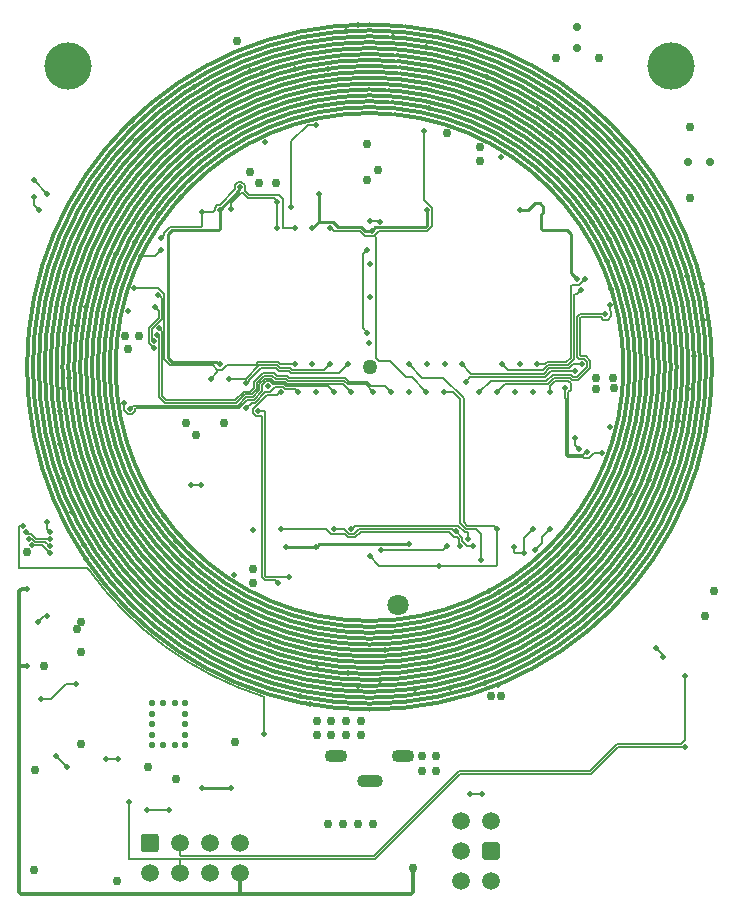
<source format=gbr>
%TF.GenerationSoftware,Altium Limited,Altium Designer,20.1.8 (145)*%
G04 Layer_Physical_Order=3*
G04 Layer_Color=16440176*
%FSLAX44Y44*%
%MOMM*%
%TF.SameCoordinates,3BEBD2D3-E5B3-4009-AA71-14EFD01F195C*%
%TF.FilePolarity,Positive*%
%TF.FileFunction,Copper,L3,Inr,Signal*%
%TF.Part,Single*%
G01*
G75*
%TA.AperFunction,Conductor*%
%ADD10C,0.1270*%
%ADD45C,0.3048*%
%ADD46C,0.2540*%
%TA.AperFunction,ComponentPad*%
%ADD47C,0.5600*%
G04:AMPARAMS|DCode=48|XSize=1.5mm|YSize=1.5mm|CornerRadius=0.1875mm|HoleSize=0mm|Usage=FLASHONLY|Rotation=0.000|XOffset=0mm|YOffset=0mm|HoleType=Round|Shape=RoundedRectangle|*
%AMROUNDEDRECTD48*
21,1,1.5000,1.1250,0,0,0.0*
21,1,1.1250,1.5000,0,0,0.0*
1,1,0.3750,0.5625,-0.5625*
1,1,0.3750,-0.5625,-0.5625*
1,1,0.3750,-0.5625,0.5625*
1,1,0.3750,0.5625,0.5625*
%
%ADD48ROUNDEDRECTD48*%
%ADD49C,1.5000*%
%ADD50O,1.9000X1.1000*%
%ADD51O,2.2000X1.1000*%
%ADD52C,0.7000*%
G04:AMPARAMS|DCode=53|XSize=1.5mm|YSize=1.5mm|CornerRadius=0.15mm|HoleSize=0mm|Usage=FLASHONLY|Rotation=180.000|XOffset=0mm|YOffset=0mm|HoleType=Round|Shape=RoundedRectangle|*
%AMROUNDEDRECTD53*
21,1,1.5000,1.2000,0,0,180.0*
21,1,1.2000,1.5000,0,0,180.0*
1,1,0.3000,-0.6000,0.6000*
1,1,0.3000,0.6000,0.6000*
1,1,0.3000,0.6000,-0.6000*
1,1,0.3000,-0.6000,-0.6000*
%
%ADD53ROUNDEDRECTD53*%
%TA.AperFunction,ViaPad*%
%ADD54C,0.4600*%
%ADD55C,0.7600*%
%ADD56C,1.8000*%
%ADD57C,4.0000*%
%ADD58C,1.2600*%
%TA.AperFunction,Conductor*%
%ADD59C,0.1524*%
%ADD60C,0.2032*%
%ADD61C,0.3000*%
D10*
X-238701Y-170178D02*
G03*
X-89407Y-279186I238701J170178D01*
G01*
X35586Y-8516D02*
X48250Y-21180D01*
X-89407Y-310641D02*
Y-279186D01*
X-89408Y-310642D02*
X-89407Y-310641D01*
X84774Y-361730D02*
X95584D01*
X242984Y-237961D02*
X247862Y-242838D01*
Y-245007D02*
Y-242838D01*
Y-245007D02*
X248499Y-245644D01*
X267462Y-315462D02*
Y-261620D01*
X263646Y-319278D02*
X267462Y-315462D01*
X209804Y-319278D02*
X263646D01*
X-203962Y-415592D02*
Y-368231D01*
X-203218Y-416336D02*
X-160560D01*
X-203962Y-415592D02*
X-203218Y-416336D01*
X-160560Y-428150D02*
Y-416336D01*
X4981D01*
X186690Y-342392D02*
X209804Y-319278D01*
X75692Y-342392D02*
X186690D01*
X4981Y-416336D02*
X76639Y-344678D01*
X4034Y-414050D02*
X75692Y-342392D01*
X-160560Y-413306D02*
Y-402750D01*
Y-413306D02*
X-159817Y-414050D01*
X4034D01*
X76639Y-344678D02*
X187637D01*
X210751Y-321564D02*
X267208D01*
X187637Y-344678D02*
X210751Y-321564D01*
X-188105Y-374731D02*
X-188104Y-374730D01*
X-169428D02*
X-169427Y-374731D01*
X-188104Y-374730D02*
X-169428D01*
X-223219Y-331750D02*
X-212663D01*
X-265544Y-329734D02*
X-265212D01*
X-256464Y-338483D01*
X-256131D01*
X-151294Y-99893D02*
X-143025D01*
X-178928Y66894D02*
X-173691Y61658D01*
X-199061Y66894D02*
X-178928D01*
X-173691Y6400D02*
Y61658D01*
X-178517Y41373D02*
Y47286D01*
X-181636Y50405D02*
X-178517Y47286D01*
X-177826Y32171D02*
Y32624D01*
X-175977Y-24182D02*
Y30322D01*
X-186787Y33103D02*
X-178517Y41373D01*
X-186787Y20162D02*
Y33103D01*
X-52249Y205091D02*
X-45139D01*
X-186787Y20162D02*
X-182446Y15820D01*
X-180112Y26841D02*
Y27293D01*
X-177826Y32171D02*
X-175977Y30322D01*
X-180112Y26841D02*
X-178263Y24992D01*
Y-25129D02*
Y24992D01*
X-182446Y15820D02*
X-182398D01*
X-104490Y-9745D02*
X-93144Y1601D01*
X-119284Y-9745D02*
X-104490D01*
X-134388Y-10101D02*
X-128920Y-4633D01*
Y-2455D01*
X8217Y123368D02*
X8505Y123080D01*
X523Y123368D02*
X8217D01*
X235Y123656D02*
X523Y123368D01*
X-273168Y-137456D02*
Y-131512D01*
X-288550Y-145407D02*
X-285563D01*
X-290836Y-140076D02*
X-289935D01*
X-296344Y-134746D02*
X-293122D01*
X-273168Y-137456D02*
X-270882Y-139742D01*
X-297180Y-135582D02*
X-296344Y-134746D01*
X-297180Y-169436D02*
Y-135582D01*
Y-169436D02*
X-296436Y-170180D01*
X-238704D01*
X-286137Y-150681D02*
X-277363D01*
X-270882Y-157162D01*
X-285563Y-145407D02*
X-283142Y-147828D01*
X-274443D02*
X-270909Y-151362D01*
X-283142Y-147828D02*
X-274443D01*
X-270909Y-151362D02*
X-270834D01*
X-289935Y-140076D02*
X-288739Y-141272D01*
X-282195Y-145542D02*
X-270882D01*
X-286465Y-141272D02*
X-282195Y-145542D01*
X-288739Y-141272D02*
X-286465D01*
X-278092Y-281303D02*
X-269261D01*
X-256749Y-268791D01*
X-207719Y-36717D02*
X-204623Y-39813D01*
X-207719Y-36717D02*
Y-30870D01*
X-204623Y-39813D02*
X-201198D01*
X-198275Y-36891D01*
Y-35724D01*
X-35029Y-16401D02*
X-30250Y-21180D01*
X-84037Y-12115D02*
X-81393Y-14759D01*
X-72590D01*
X-70948Y-16401D01*
X-35029D01*
X-65267Y-2685D02*
X-38365D01*
X-75711Y-1043D02*
X-66909D01*
X-65267Y-2685D01*
X-66214Y-4971D02*
X-25651D01*
X-67856Y-3329D02*
X-66214Y-4971D01*
X-76658Y-3329D02*
X-67856D01*
X-68108Y-9543D02*
X-20421D01*
X-69750Y-7901D02*
X-68108Y-9543D01*
X-78552Y-7901D02*
X-69750D01*
X-69054Y-11829D02*
X-21368D01*
X-70697Y-10187D02*
X-69054Y-11829D01*
X-79499Y-10187D02*
X-70697D01*
X-88409Y-9829D02*
X-83090D01*
X-80446Y-12473D01*
X-71644D01*
X-70001Y-14115D02*
X-22315D01*
X-71644Y-12473D02*
X-70001Y-14115D01*
X-22315D02*
X-15250Y-21180D01*
X-82143Y-7543D02*
X-79499Y-10187D01*
X-21368Y-11829D02*
X-18438Y-14759D01*
X-77409Y3887D02*
X-75701Y2180D01*
X-63500D01*
X-78356Y1601D02*
X-75711Y-1043D01*
X-93144Y1601D02*
X-78356D01*
X-92197Y-685D02*
X-79303D01*
X-76658Y-3329D01*
X-20421Y-9543D02*
X-17491Y-12473D01*
X-2224D01*
X1521Y-16218D01*
X-81196Y-5257D02*
X-78552Y-7901D01*
X-90303Y-5257D02*
X-81196D01*
X-18438Y-14759D02*
X-3171D01*
X3250Y-21180D01*
Y-21180D02*
Y-21180D01*
X-89356Y-7543D02*
X-82143D01*
X-93171Y-14590D02*
X-88409Y-9829D01*
X-84188Y-21579D02*
X-79654Y-17045D01*
X-73537D01*
X-71895Y-18687D01*
X-62743D01*
X-94091Y3887D02*
X-77409D01*
X-87462Y-12115D02*
X-84037D01*
X-120882Y1743D02*
X-96235D01*
X-94091Y3887D01*
X-102315Y-10803D02*
X-92197Y-685D01*
X-97743Y-12696D02*
X-90303Y-5257D01*
X-95457Y-13643D02*
X-89356Y-7543D01*
X-90885Y-15537D02*
X-87462Y-12115D01*
X-125080Y-2455D02*
X-120882Y1743D01*
X-102315Y-11653D02*
Y-10803D01*
X-104164Y-13955D02*
Y-13502D01*
X-102315Y-11653D01*
X13288Y-16218D02*
X18250Y-21180D01*
X1521Y-16218D02*
X13288D01*
X-97743Y-17846D02*
Y-12696D01*
X-95457Y-18793D02*
Y-13643D01*
X-93171Y-19740D02*
Y-14590D01*
X-90885Y-20687D02*
Y-15537D01*
X-97991Y-27793D02*
X-90885Y-20687D01*
X-104205Y-34980D02*
X-99304Y-30079D01*
X-97044D01*
X-88544Y-21579D02*
X-84188D01*
X-97044Y-30079D02*
X-88544Y-21579D01*
X-197532Y-34980D02*
X-110760D01*
X-103573Y-27793D01*
X-97991D01*
X-104520Y-25507D02*
X-98938D01*
X-93171Y-19740D01*
X-99826Y-23162D02*
X-95457Y-18793D01*
X-105407Y-23162D02*
X-99826D01*
X-100773Y-20876D02*
X-97743Y-17846D01*
X-106354Y-20876D02*
X-100773D01*
X-178263Y-25129D02*
X-172984Y-30408D01*
X-112654D01*
X-175977Y-24182D02*
X-172037Y-28122D01*
X-113601D01*
X-128713Y137391D02*
X-126996D01*
X-113909Y150478D01*
X-131135Y134969D02*
X-128713Y137391D01*
X-132379Y131628D02*
X-131135Y132872D01*
Y134969D01*
X-105639Y148990D02*
Y153854D01*
Y148990D02*
X-102027Y145379D01*
X-113909Y150478D02*
Y153854D01*
X-111096Y156668D01*
X-108452D01*
X-105639Y153854D01*
X-87146Y-23865D02*
X-77935D01*
X-75250Y-21180D01*
X-60250D02*
X-60250D01*
X-62743Y-18687D02*
X-60250Y-21180D01*
X-90671Y-178203D02*
Y-41879D01*
X-96003Y-41135D02*
X-91415D01*
X-90671Y-41879D01*
X-98425Y-38713D02*
X-96003Y-41135D01*
X-98425Y-38713D02*
Y-35145D01*
X-87146Y-23865D01*
X-88588Y-180286D02*
X-80329D01*
X-77980Y-182635D01*
X-90671Y-178203D02*
X-88588Y-180286D01*
X-66393Y135657D02*
Y190948D01*
X-52249Y205091D01*
X-107388Y147507D02*
X-102974Y143093D01*
X-117486Y133453D02*
Y138639D01*
X-108618Y147507D02*
X-107388D01*
X-117486Y138639D02*
X-108618Y147507D01*
X-81262Y143093D02*
X-78269Y140100D01*
X-102974Y143093D02*
X-81262D01*
X-102027Y145379D02*
X-76993D01*
X-78500Y139868D02*
X-78269Y140100D01*
X-78500Y117820D02*
Y139868D01*
X-76993Y145379D02*
X-73634Y142020D01*
X190095Y-72442D02*
X196446D01*
X-168600Y118691D02*
X-142744D01*
X-173691Y113600D02*
X-168600Y118691D01*
X-176548Y108863D02*
Y108863D01*
X-284290Y158265D02*
X-272796Y146771D01*
X169165Y-74149D02*
X181165D01*
X183260Y-72054D01*
X168421Y-73405D02*
Y-21540D01*
Y-73405D02*
X169165Y-74149D01*
X183260Y-72054D02*
X183928D01*
X182008Y-76689D02*
X185848D01*
X181754Y-76435D02*
X182008Y-76689D01*
X168218Y-76435D02*
X181754D01*
X185848Y-76689D02*
X190095Y-72442D01*
X166135Y-74352D02*
X168218Y-76435D01*
X166135Y-74352D02*
Y-26873D01*
X170258Y-17370D02*
Y-13473D01*
X170191Y-17437D02*
X170258Y-17370D01*
X168421Y-21540D02*
X170191Y-19770D01*
Y-17437D01*
X165556Y-26294D02*
X166135Y-26873D01*
X165556Y-26294D02*
Y-17850D01*
X-198275Y-35724D02*
X-197532Y-34980D01*
X-202910Y-35678D02*
X-199926Y-32694D01*
X76025Y-151510D02*
Y-145411D01*
X71130Y-143659D02*
X74272D01*
X76025Y-145411D01*
Y-151510D02*
X76238Y-151724D01*
X68415Y-140944D02*
X71130Y-143659D01*
X68415Y-140944D02*
Y-140086D01*
X-7445Y-139342D02*
X67671D01*
X68415Y-140086D01*
X-89129Y-37000D02*
X-88385Y-37744D01*
Y-177256D02*
Y-37744D01*
X168417Y-11632D02*
X170258Y-13473D01*
X157409Y-11632D02*
X168417D01*
X153000Y-16040D02*
X157409Y-11632D01*
X153000Y-21180D02*
Y-16040D01*
X-73634Y118564D02*
Y142020D01*
Y118564D02*
X-72890Y117820D01*
X-63500D01*
X-113601Y-28122D02*
X-106354Y-20876D01*
X-112654Y-30408D02*
X-105407Y-23162D01*
X-111707Y-32694D02*
X-104520Y-25507D01*
X-176548Y108863D02*
X-173691Y111720D01*
Y113600D01*
X-142000Y119435D02*
Y131628D01*
X-142744Y118691D02*
X-142000Y119435D01*
X-199926Y-32694D02*
X-111707D01*
X-15250Y-21180D02*
Y-21180D01*
X-25651Y-4971D02*
X-18500Y2180D01*
X-38365Y-2685D02*
X-33500Y2180D01*
X-5365Y32667D02*
Y95786D01*
X-2418Y98733D01*
X-256749Y-268791D02*
X-248753D01*
X-168600Y1309D02*
X-132684D01*
X-128920Y-2455D01*
X-173691Y6400D02*
X-168600Y1309D01*
X-5365Y32667D02*
X-1886Y29187D01*
X-77980Y-182635D02*
X-77821D01*
X-94290Y-37000D02*
X-89129D01*
X-87641Y-178000D02*
X-68000D01*
X-88385Y-177256D02*
X-87641Y-178000D01*
X-12226Y-144122D02*
X-7445Y-139342D01*
X-18275Y-144122D02*
X-12226D01*
X-20815Y-141582D02*
X-18275Y-144122D01*
X-32222Y-141582D02*
X-20815D01*
X-36985Y-136820D02*
X-32222Y-141582D01*
X-75250Y-136820D02*
X-36985D01*
X-280556Y-215789D02*
X-275334Y-210567D01*
X-272668D01*
X-280556Y-215789D02*
X-280556D01*
X-284479Y137371D02*
Y144000D01*
Y137371D02*
X-279780Y132672D01*
X-142000Y131628D02*
X-132379D01*
X-128920Y-2455D02*
X-125080D01*
D45*
X-109761Y-446476D02*
X34964D01*
X36750Y-444691D02*
Y-424144D01*
X34964Y-446476D02*
X36750Y-444691D01*
X-294691Y-446476D02*
X-109761D01*
Y-428150D01*
X-296476Y-252795D02*
X-290340D01*
X-296476D02*
Y-190000D01*
Y-444691D02*
Y-252795D01*
Y-444691D02*
X-294691Y-446476D01*
X-294147Y-187671D02*
X-290371D01*
X-296476Y-190000D02*
X-294147Y-187671D01*
D46*
X-170770Y7610D02*
Y112390D01*
X-128484Y115770D02*
X-126996Y117258D01*
X-167390Y115770D02*
X-128484D01*
X-170770Y112390D02*
X-167390Y115770D01*
X-141500Y-356718D02*
X-117377D01*
X-127000Y133256D02*
X-110359Y149896D01*
Y151556D01*
X-109774Y152142D01*
X-127000Y133256D02*
X-126996Y133252D01*
Y117258D02*
Y133252D01*
X-167390Y4230D02*
X-129878D01*
X-170770Y7610D02*
X-167390Y4230D01*
X-129878D02*
X-127828Y2180D01*
X-127000D01*
X134547Y133256D02*
X139817Y138526D01*
X144183D02*
X147270Y135439D01*
X127000Y133256D02*
X134547D01*
X139817Y138526D02*
X144183D01*
X146536Y115770D02*
X167390D01*
X145048Y117258D02*
Y128851D01*
X147270Y131073D01*
X145048Y117258D02*
X146536Y115770D01*
X147270Y131073D02*
Y135439D01*
X4641Y118310D02*
X47012D01*
X1717Y115386D02*
X4641Y118310D01*
X48500Y119798D02*
Y133256D01*
X47012Y118310D02*
X48500Y119798D01*
X-70620Y-152000D02*
X-44422D01*
X-42656Y-150234D01*
X33274D01*
X-31288Y123160D02*
X-26438Y118310D01*
X-4134Y115386D02*
X1717D01*
X-7058Y118310D02*
X-4134Y115386D01*
X-26438Y118310D02*
X-7058D01*
X-43160Y123160D02*
X-42660Y123660D01*
X-48500Y117820D02*
X-43160Y123160D01*
X-31288D01*
X-42660Y123660D02*
Y146101D01*
Y123660D02*
X-42660D01*
X170770Y79351D02*
X175594Y74527D01*
X170770Y79351D02*
Y112390D01*
X167390Y115770D02*
X170770Y112390D01*
D47*
X-183970Y-320280D02*
D03*
X-156030D02*
D03*
X-175080D02*
D03*
X-183970Y-284720D02*
D03*
X-156030D02*
D03*
X-175080D02*
D03*
X-183970Y-302500D02*
D03*
Y-311390D02*
D03*
Y-293610D02*
D03*
X-156030Y-302500D02*
D03*
Y-311390D02*
D03*
Y-293610D02*
D03*
X-164920Y-284720D02*
D03*
Y-320280D02*
D03*
D48*
X-185961Y-402750D02*
D03*
D49*
X-160560D02*
D03*
X-135161D02*
D03*
X-109761D02*
D03*
X-185961Y-428150D02*
D03*
X-160560D02*
D03*
X-135161D02*
D03*
X-109761D02*
D03*
X102900Y-435400D02*
D03*
Y-384600D02*
D03*
X77500D02*
D03*
Y-410000D02*
D03*
Y-435400D02*
D03*
D50*
X-28000Y-329250D02*
D03*
X28000D02*
D03*
D51*
X0Y-350750D02*
D03*
D52*
X287981Y173447D02*
D03*
X269981D02*
D03*
X175950Y288001D02*
D03*
Y270001D02*
D03*
D53*
X102900Y-410000D02*
D03*
D54*
X46115Y199746D02*
D03*
X50614Y219233D02*
D03*
X0Y58872D02*
D03*
X0Y86985D02*
D03*
X-50358Y-285594D02*
D03*
X-59255Y-278772D02*
D03*
X188701Y122544D02*
D03*
X-103017Y-211217D02*
D03*
X-112673Y-211907D02*
D03*
X-195051Y121881D02*
D03*
X-89408Y-310642D02*
D03*
X97476Y-267812D02*
D03*
X282226Y39664D02*
D03*
X248499Y-245644D02*
D03*
X242984Y-237961D02*
D03*
X-203962Y-368231D02*
D03*
X267208Y-321564D02*
D03*
X267462Y-261620D02*
D03*
X95584Y-361730D02*
D03*
X84774D02*
D03*
X-169427Y-374731D02*
D03*
X-188105D02*
D03*
X12778Y-239660D02*
D03*
X-223219Y-331750D02*
D03*
X-212663D02*
D03*
X-256131Y-338483D02*
D03*
X-265544Y-329734D02*
D03*
X-143025Y-99893D02*
D03*
X-179096Y61215D02*
D03*
X-181636Y50405D02*
D03*
X-182398Y21621D02*
D03*
X-177826Y32624D02*
D03*
X-163492Y-147209D02*
D03*
X200980Y89482D02*
D03*
X-45139Y205091D02*
D03*
X-180112Y27293D02*
D03*
X-182398Y15820D02*
D03*
X-119284Y-9745D02*
D03*
X-134388Y-10101D02*
D03*
X9652Y-155004D02*
D03*
X8505Y123080D02*
D03*
X235Y123656D02*
D03*
X-273168Y-131512D02*
D03*
X-288550Y-145407D02*
D03*
X-290836Y-140076D02*
D03*
X-293122Y-134746D02*
D03*
X-286137Y-150681D02*
D03*
X-270882Y-139742D02*
D03*
Y-145542D02*
D03*
X-270834Y-151362D02*
D03*
X-270882Y-157162D02*
D03*
X-278092Y-281303D02*
D03*
X-63500Y2180D02*
D03*
X-141500Y-356718D02*
D03*
X59160Y-168185D02*
D03*
X203378Y52318D02*
D03*
X-204618Y47240D02*
D03*
X-98511Y-137969D02*
D03*
X-109774Y152142D02*
D03*
X-88750Y190325D02*
D03*
X-207719Y-30870D02*
D03*
X111283Y178090D02*
D03*
X110000Y-190526D02*
D03*
X100936Y-189834D02*
D03*
X203762Y-50804D02*
D03*
X196446Y-72442D02*
D03*
X-114374Y-176121D02*
D03*
X-177984Y129313D02*
D03*
X-176548Y108863D02*
D03*
Y99339D02*
D03*
X-199061Y66894D02*
D03*
X-272796Y146771D02*
D03*
X-284290Y158265D02*
D03*
X81714Y-12370D02*
D03*
X-202910Y-35678D02*
D03*
X87962Y-151369D02*
D03*
X76238Y-151724D02*
D03*
X66002Y-151370D02*
D03*
X83200Y-145217D02*
D03*
X73050Y-139024D02*
D03*
X94299Y-163382D02*
D03*
X174282Y-3758D02*
D03*
X165556Y-17850D02*
D03*
X-104164Y-13955D02*
D03*
X-2418Y98733D02*
D03*
X33250Y-150234D02*
D03*
X-117377Y-356718D02*
D03*
X-248753Y-268791D02*
D03*
X-290340Y-252795D02*
D03*
X-290340Y-187671D02*
D03*
X-77821Y-182635D02*
D03*
X-104205Y-34980D02*
D03*
X-94290Y-37000D02*
D03*
X-68000Y-178000D02*
D03*
X-151294Y-99893D02*
D03*
X183928Y-72054D02*
D03*
X199767Y44753D02*
D03*
X174012Y-59990D02*
D03*
X177620Y-69514D02*
D03*
X130481Y-157481D02*
D03*
X30Y-160365D02*
D03*
X-19881Y284306D02*
D03*
X-175463Y224583D02*
D03*
X-241694Y-151027D02*
D03*
X19532Y279318D02*
D03*
X281386Y70157D02*
D03*
X269153Y77178D02*
D03*
X108636Y-268883D02*
D03*
X67738Y-271683D02*
D03*
X-148377Y237453D02*
D03*
X-272668Y-210567D02*
D03*
X-279780Y132672D02*
D03*
X-284479Y144000D02*
D03*
X-280556Y-215789D02*
D03*
X-193241Y94250D02*
D03*
X-142000Y131628D02*
D03*
X-63500Y117820D02*
D03*
X222524Y89906D02*
D03*
X178834Y65175D02*
D03*
X182394Y74527D02*
D03*
X18250Y-21180D02*
D03*
X153915Y197003D02*
D03*
X-247567Y34793D02*
D03*
X-85505Y-234923D02*
D03*
X108000Y-136888D02*
D03*
X153000D02*
D03*
X140433Y-155005D02*
D03*
X209668Y-136160D02*
D03*
X1717Y115386D02*
D03*
X-127000Y2180D02*
D03*
X-9423Y-269835D02*
D03*
X-197818Y191031D02*
D03*
X-101144Y250340D02*
D03*
X-201451Y208608D02*
D03*
X-254845Y-8899D02*
D03*
X-259366Y-18137D02*
D03*
X-35489Y252518D02*
D03*
X-62900Y252277D02*
D03*
X-44280Y-251126D02*
D03*
X-18137Y-259367D02*
D03*
X249928Y-71666D02*
D03*
X236432Y-95525D02*
D03*
X115767Y227207D02*
D03*
X141606Y218054D02*
D03*
X174639Y-157246D02*
D03*
X-240421Y-162166D02*
D03*
X-198663Y105631D02*
D03*
X203078Y107978D02*
D03*
X204477Y66439D02*
D03*
X-159776Y143863D02*
D03*
X-214683Y95583D02*
D03*
X-228253Y74164D02*
D03*
X-239646Y50938D02*
D03*
X-173939Y-126374D02*
D03*
X-150554Y-167208D02*
D03*
X-135191Y-186074D02*
D03*
X-99650Y-223819D02*
D03*
X132252Y-182029D02*
D03*
X153900Y-170923D02*
D03*
X194164Y-141068D02*
D03*
X274832Y9597D02*
D03*
X190119Y138130D02*
D03*
X178355Y160591D02*
D03*
X163937Y182071D02*
D03*
X-10121Y289823D02*
D03*
X220205Y-107401D02*
D03*
X-262421Y-36881D02*
D03*
X-258415Y-94056D02*
D03*
X-251662Y-122744D02*
D03*
X260974Y-46017D02*
D03*
X269342Y-18834D02*
D03*
X99271Y245704D02*
D03*
X-261980Y-65319D02*
D03*
X-1886Y29187D02*
D03*
X180122Y2408D02*
D03*
X-15250Y-136820D02*
D03*
X175594Y74527D02*
D03*
X-60250Y-21180D02*
D03*
X-70620Y-152000D02*
D03*
X-75250Y-136820D02*
D03*
Y-21180D02*
D03*
X-30250Y-136820D02*
D03*
Y-21180D02*
D03*
X-15250D02*
D03*
X3250D02*
D03*
X33250D02*
D03*
X48250D02*
D03*
X63250D02*
D03*
X-85750Y-16250D02*
D03*
X-45250Y-152000D02*
D03*
Y-21180D02*
D03*
X138000Y-136888D02*
D03*
X108000Y-21180D02*
D03*
X-602Y20153D02*
D03*
X-66393Y135657D02*
D03*
X-42660Y146101D02*
D03*
X122114Y-152281D02*
D03*
X93000Y-21180D02*
D03*
X123000D02*
D03*
X153000D02*
D03*
X138000D02*
D03*
X127000Y133256D02*
D03*
X-78269Y140100D02*
D03*
X-127000Y133256D02*
D03*
X-117486Y133453D02*
D03*
X-33500Y2180D02*
D03*
X48500Y133256D02*
D03*
X-33500Y117820D02*
D03*
X-48500D02*
D03*
X-78500D02*
D03*
X112000Y2180D02*
D03*
X127000D02*
D03*
X142000D02*
D03*
X78500D02*
D03*
X63500D02*
D03*
X48500D02*
D03*
X33500D02*
D03*
X-18500D02*
D03*
X-48500D02*
D03*
X38273Y-272324D02*
D03*
X-90635Y249018D02*
D03*
X9248Y-264839D02*
D03*
X74422Y259541D02*
D03*
X47753Y270822D02*
D03*
D55*
X-204626Y15466D02*
D03*
X-213634Y-435021D02*
D03*
X-195285Y26399D02*
D03*
X66009Y197775D02*
D03*
X36750Y-424144D02*
D03*
X-164090Y-348730D02*
D03*
X-101600Y165330D02*
D03*
X-78760Y155990D02*
D03*
X-248081Y-222130D02*
D03*
X-244201Y-215630D02*
D03*
X93598Y174395D02*
D03*
X-206812Y26399D02*
D03*
X44594Y-341750D02*
D03*
X56435D02*
D03*
X44594Y-329250D02*
D03*
X56435D02*
D03*
X111273Y-278808D02*
D03*
X102978D02*
D03*
X284004Y-211063D02*
D03*
X292000Y-189434D02*
D03*
X-113568Y-317721D02*
D03*
X-22380Y-386536D02*
D03*
X-34880D02*
D03*
X-9880D02*
D03*
X2620D02*
D03*
X-32191Y-311338D02*
D03*
Y-299496D02*
D03*
X-44691Y-311338D02*
D03*
Y-299496D02*
D03*
X-19691D02*
D03*
Y-311338D02*
D03*
X-7191Y-299496D02*
D03*
Y-311338D02*
D03*
X-284294Y-425568D02*
D03*
X-187539Y-338250D02*
D03*
X-282939Y-341219D02*
D03*
X-244271Y-318769D02*
D03*
X-275840Y-252795D02*
D03*
X-244665Y-241630D02*
D03*
X-2530Y189197D02*
D03*
X271731Y203557D02*
D03*
X192103Y-18982D02*
D03*
X206403Y-8987D02*
D03*
X191903Y-9451D02*
D03*
X271731Y143360D02*
D03*
X157950Y261373D02*
D03*
X193950Y261395D02*
D03*
X93598Y186072D02*
D03*
X-112601Y276198D02*
D03*
X-290340Y-156650D02*
D03*
X-98511Y-182635D02*
D03*
Y-170917D02*
D03*
X-146850Y-57590D02*
D03*
X-155360Y-47430D02*
D03*
X206603Y-18185D02*
D03*
X-93260Y155956D02*
D03*
X-2530Y158628D02*
D03*
X6839Y166750D02*
D03*
X-123299Y-47430D02*
D03*
D56*
X24139Y-201228D02*
D03*
D57*
X255000Y255000D02*
D03*
X-255000D02*
D03*
D58*
X0Y0D02*
D03*
D59*
X30614Y-8516D02*
X35586D01*
X17360Y4738D02*
X30614Y-8516D01*
X5238Y7820D02*
X8320Y4738D01*
X5238Y7820D02*
Y110069D01*
X8320Y4738D02*
X17360D01*
X52762Y119749D02*
Y135021D01*
X48275Y115262D02*
X52762Y119749D01*
X46115Y141668D02*
X52762Y135021D01*
X8320Y115262D02*
X48275D01*
X46115Y141668D02*
Y199746D01*
X4182Y111124D02*
X8320Y115262D01*
X4182Y111124D02*
X5238Y110069D01*
X-30414Y115262D02*
X-8321D01*
X-32972Y117820D02*
X-30414Y115262D01*
X-4183Y111124D02*
X4182D01*
X-8321Y115262D02*
X-4183Y111124D01*
X-179096Y61215D02*
X-179004D01*
X-176104Y58315D01*
Y40373D02*
Y58315D01*
X-184374Y32103D02*
X-176104Y40373D01*
X-182398Y21621D02*
Y21999D01*
X-184374Y23975D02*
Y32103D01*
Y23975D02*
X-182398Y21999D01*
X9652Y-155004D02*
X62368D01*
X66002Y-151370D01*
X169530Y-9332D02*
X171258Y-11060D01*
X176600D01*
X186924Y-735D01*
X169290Y-9092D02*
X169530Y-9332D01*
X186924Y-735D02*
Y5225D01*
X182940Y9210D02*
X186924Y5225D01*
X178390Y10103D02*
X179283Y9210D01*
X182940D01*
X178390Y10103D02*
Y41320D01*
X177313Y6670D02*
X181888D01*
X172310Y-8520D02*
X175548D01*
X184384Y317D02*
Y4173D01*
X175850Y8133D02*
X177313Y6670D01*
X181888D02*
X184384Y4173D01*
X175548Y-8520D02*
X184384Y317D01*
X108000Y-136888D02*
X108000Y-136889D01*
X59160Y-168185D02*
X107108D01*
X108000Y-167292D02*
Y-136889D01*
X107108Y-168185D02*
X108000Y-167292D01*
X82820Y-134262D02*
X105374D01*
X108000Y-136888D01*
X7850Y-168185D02*
X59160D01*
X30Y-160365D02*
X7850Y-168185D01*
X203378Y47875D02*
Y52318D01*
X-181637Y94250D02*
X-176548Y99339D01*
X174012Y-65906D02*
X177620Y-69514D01*
X174012Y-65906D02*
Y-59990D01*
X82618Y-151369D02*
X87962D01*
X78438Y-147189D02*
X82618Y-151369D01*
X73050Y-139024D02*
X78438Y-144412D01*
Y-147189D02*
Y-144412D01*
X-193241Y94250D02*
X-181637D01*
X-193241D02*
X-193241D01*
X82307Y-139596D02*
X83200Y-140489D01*
X80611Y-139596D02*
X82307D01*
X83200Y-145217D02*
Y-140489D01*
X72214Y-139024D02*
X73050D01*
X70119Y-136929D02*
X72214Y-139024D01*
X-8625Y-136929D02*
X70119D01*
X75277Y-134262D02*
X80611Y-139596D01*
X-12692Y-134262D02*
X75277D01*
X-13277Y-141582D02*
X-8625Y-136929D01*
X81663Y-137056D02*
X90321D01*
X94299Y-163382D02*
Y-141033D01*
X90321Y-137056D02*
X94299Y-141033D01*
X76944Y-132337D02*
X81663Y-137056D01*
X170342Y-6552D02*
X172310Y-8520D01*
X154945Y-6552D02*
X170342D01*
X149775Y-11722D02*
X154945Y-6552D01*
X156356Y-9092D02*
X169290D01*
X150932Y-14516D02*
X156356Y-9092D01*
X169021Y-964D02*
X172393Y2408D01*
X152271Y-964D02*
X169021D01*
X167969Y1576D02*
X173056Y6663D01*
X151219Y1576D02*
X167969D01*
X166558Y4116D02*
X170262Y7820D01*
X150167Y4116D02*
X166558D01*
X170262Y68872D02*
X171155Y69765D01*
X170262Y7820D02*
Y68872D01*
X62427Y-9143D02*
X79738Y-26454D01*
X33500Y2180D02*
X44823Y-9143D01*
X62427D01*
X33500Y2180D02*
X33500D01*
X79738Y-131180D02*
X82820Y-134262D01*
X79738Y-131180D02*
Y-26454D01*
X63250Y-21180D02*
X70872D01*
X76944Y-27252D01*
Y-132337D02*
Y-27252D01*
X175850Y42372D02*
X178231Y44753D01*
X199767D01*
X175850Y8133D02*
Y42372D01*
X179283Y42213D02*
X195572D01*
X178390Y41320D02*
X179283Y42213D01*
X195572D02*
X197794Y39991D01*
X204529Y42780D02*
Y46725D01*
X201739Y39991D02*
X204529Y42780D01*
X197794Y39991D02*
X201739D01*
X203378Y47875D02*
X204529Y46725D01*
X130481Y-157481D02*
Y-144407D01*
X138000Y-136888D01*
X122000Y-152395D02*
X122114Y-152281D01*
X122893Y-157481D02*
X130481D01*
X122000Y-156588D02*
X122893Y-157481D01*
X122000Y-156588D02*
Y-152395D01*
X175380Y61721D02*
X178834Y65175D01*
X173949Y61721D02*
X175380D01*
X78500Y2180D02*
X78500D01*
X86306Y-5626D02*
X147609D01*
X78500Y2180D02*
X86306Y-5626D01*
X171155Y69765D02*
X177567D01*
X182328Y74527D01*
X182394D01*
X142000Y2180D02*
X148231D01*
X150167Y4116D01*
X146811Y-2832D02*
X151219Y1576D01*
X117012Y-2832D02*
X146811D01*
X147609Y-5626D02*
X152271Y-964D01*
X-15250Y-136820D02*
X-12692Y-134262D01*
X-30250Y-136820D02*
X-21985D01*
X-17222Y-141582D01*
X-13277D01*
X172393Y2408D02*
X180122D01*
X93000Y-21180D02*
X102458Y-11722D01*
X149775D01*
X114664Y-14516D02*
X150932D01*
X108000Y-21180D02*
X114664Y-14516D01*
X112000Y2180D02*
X117012Y-2832D01*
X-33500Y117820D02*
X-32972D01*
X173056Y60828D02*
X173949Y61721D01*
X173056Y6663D02*
Y60828D01*
X146379Y-149059D02*
Y-143509D01*
X153000Y-136888D01*
X140433Y-155005D02*
X146379Y-149059D01*
D60*
X85410Y-8674D02*
X148512D01*
X81714Y-12370D02*
X85410Y-8674D01*
X153429Y-3758D02*
X174282D01*
X148512Y-8674D02*
X153429Y-3758D01*
D61*
X215000Y0D02*
G03*
X215000Y0I-215000J0D01*
G01*
X255000D02*
G03*
X255000Y0I-255000J0D01*
G01*
X285000D02*
G03*
X285000Y0I-285000J0D01*
G01*
X290000D02*
G03*
X290000Y0I-290000J0D01*
G01*
X280000D02*
G03*
X280000Y0I-280000J0D01*
G01*
X270000D02*
G03*
X270000Y0I-270000J0D01*
G01*
X275000D02*
G03*
X275000Y0I-275000J0D01*
G01*
X260000D02*
G03*
X260000Y0I-260000J0D01*
G01*
X265000D02*
G03*
X265000Y0I-265000J0D01*
G01*
X220000D02*
G03*
X220000Y0I-220000J0D01*
G01*
X225000D02*
G03*
X225000Y0I-225000J0D01*
G01*
X230000D02*
G03*
X230000Y0I-230000J0D01*
G01*
X235000D02*
G03*
X235000Y0I-235000J0D01*
G01*
X240000D02*
G03*
X240000Y0I-240000J0D01*
G01*
X245000D02*
G03*
X245000Y0I-245000J0D01*
G01*
X250000D02*
G03*
X250000Y0I-250000J0D01*
G01*
%TF.MD5,93382675d4c427a0c2135cdbc2b1db70*%
M02*

</source>
